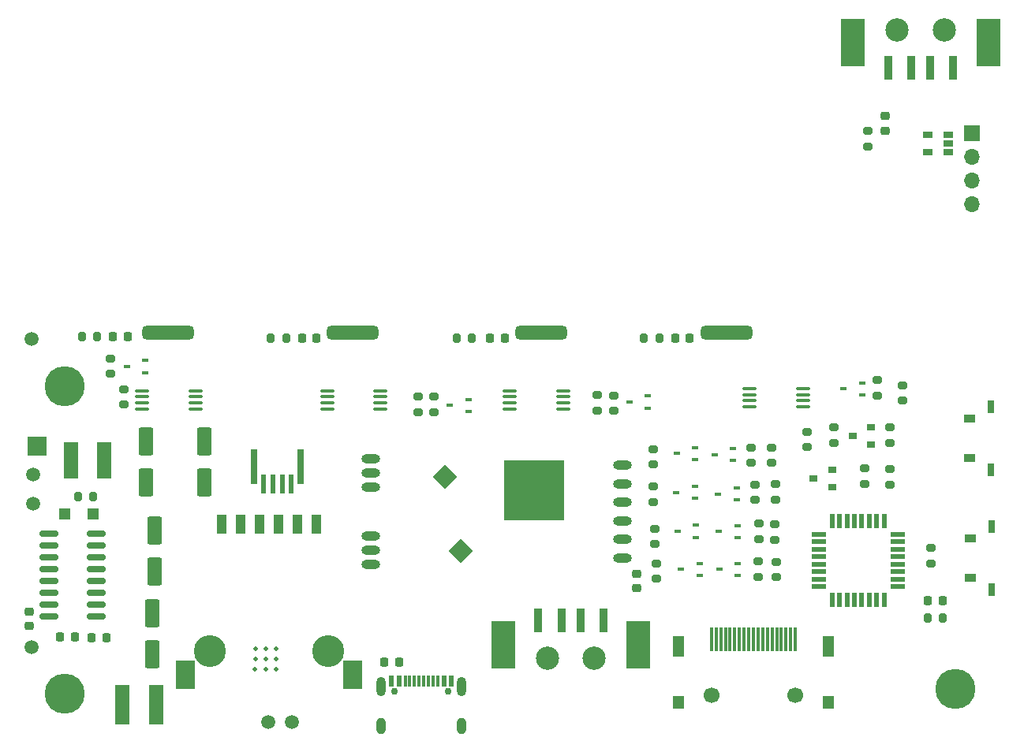
<source format=gbr>
%TF.GenerationSoftware,KiCad,Pcbnew,(6.0.1-0)*%
%TF.CreationDate,2022-04-09T17:35:36-06:00*%
%TF.ProjectId,HAT_CM4_183,4841545f-434d-4345-9f31-38332e6b6963,1.8.3*%
%TF.SameCoordinates,Original*%
%TF.FileFunction,Soldermask,Bot*%
%TF.FilePolarity,Negative*%
%FSLAX46Y46*%
G04 Gerber Fmt 4.6, Leading zero omitted, Abs format (unit mm)*
G04 Created by KiCad (PCBNEW (6.0.1-0)) date 2022-04-09 17:35:36*
%MOMM*%
%LPD*%
G01*
G04 APERTURE LIST*
G04 Aperture macros list*
%AMRoundRect*
0 Rectangle with rounded corners*
0 $1 Rounding radius*
0 $2 $3 $4 $5 $6 $7 $8 $9 X,Y pos of 4 corners*
0 Add a 4 corners polygon primitive as box body*
4,1,4,$2,$3,$4,$5,$6,$7,$8,$9,$2,$3,0*
0 Add four circle primitives for the rounded corners*
1,1,$1+$1,$2,$3*
1,1,$1+$1,$4,$5*
1,1,$1+$1,$6,$7*
1,1,$1+$1,$8,$9*
0 Add four rect primitives between the rounded corners*
20,1,$1+$1,$2,$3,$4,$5,0*
20,1,$1+$1,$4,$5,$6,$7,0*
20,1,$1+$1,$6,$7,$8,$9,0*
20,1,$1+$1,$8,$9,$2,$3,0*%
%AMRotRect*
0 Rectangle, with rotation*
0 The origin of the aperture is its center*
0 $1 length*
0 $2 width*
0 $3 Rotation angle, in degrees counterclockwise*
0 Add horizontal line*
21,1,$1,$2,0,0,$3*%
G04 Aperture macros list end*
%ADD10C,4.300000*%
%ADD11C,1.500000*%
%ADD12RoundRect,0.500000X-2.300000X-0.250000X2.300000X-0.250000X2.300000X0.250000X-2.300000X0.250000X0*%
%ADD13R,2.000000X2.000000*%
%ADD14C,0.508000*%
%ADD15R,1.700000X1.700000*%
%ADD16O,1.700000X1.700000*%
%ADD17C,2.500000*%
%ADD18R,0.900000X2.500000*%
%ADD19R,2.500000X5.150000*%
%ADD20RoundRect,0.225000X0.225000X0.250000X-0.225000X0.250000X-0.225000X-0.250000X0.225000X-0.250000X0*%
%ADD21RoundRect,0.225000X-0.250000X0.225000X-0.250000X-0.225000X0.250000X-0.225000X0.250000X0.225000X0*%
%ADD22RoundRect,0.250000X0.550000X-1.250000X0.550000X1.250000X-0.550000X1.250000X-0.550000X-1.250000X0*%
%ADD23RoundRect,0.200000X-0.275000X0.200000X-0.275000X-0.200000X0.275000X-0.200000X0.275000X0.200000X0*%
%ADD24R,1.060000X0.650000*%
%ADD25RoundRect,0.200000X0.275000X-0.200000X0.275000X0.200000X-0.275000X0.200000X-0.275000X-0.200000X0*%
%ADD26R,0.700000X0.450000*%
%ADD27C,3.429000*%
%ADD28R,1.140000X2.030000*%
%ADD29R,2.032000X3.048000*%
%ADD30R,1.270000X0.900000*%
%ADD31R,0.800000X1.450000*%
%ADD32RoundRect,0.200000X0.200000X0.275000X-0.200000X0.275000X-0.200000X-0.275000X0.200000X-0.275000X0*%
%ADD33RoundRect,0.200000X-0.200000X-0.275000X0.200000X-0.275000X0.200000X0.275000X-0.200000X0.275000X0*%
%ADD34RoundRect,0.218750X0.218750X0.256250X-0.218750X0.256250X-0.218750X-0.256250X0.218750X-0.256250X0*%
%ADD35RoundRect,0.100000X0.637500X0.100000X-0.637500X0.100000X-0.637500X-0.100000X0.637500X-0.100000X0*%
%ADD36R,0.700000X3.800000*%
%ADD37R,0.600000X2.000000*%
%ADD38O,2.000000X1.000000*%
%ADD39R,6.400000X6.400000*%
%ADD40RotRect,1.800000X1.800000X225.000000*%
%ADD41R,1.600000X0.550000*%
%ADD42R,0.550000X1.600000*%
%ADD43R,1.300000X1.400000*%
%ADD44R,1.300000X2.200000*%
%ADD45R,0.300000X2.600000*%
%ADD46C,1.700000*%
%ADD47R,1.500000X4.000000*%
%ADD48RoundRect,0.150000X0.850000X0.150000X-0.850000X0.150000X-0.850000X-0.150000X0.850000X-0.150000X0*%
%ADD49R,0.900000X0.800000*%
%ADD50R,1.500000X4.200000*%
%ADD51C,0.750000*%
%ADD52O,1.000000X1.800000*%
%ADD53O,1.000000X2.100000*%
%ADD54R,0.600000X1.150000*%
%ADD55R,0.300000X1.150000*%
%ADD56RoundRect,0.225000X-0.225000X-0.250000X0.225000X-0.250000X0.225000X0.250000X-0.225000X0.250000X0*%
%ADD57R,1.250000X1.220000*%
G04 APERTURE END LIST*
D10*
%TO.C,H2*%
X104920000Y-195520000D03*
%TD*%
D11*
%TO.C,TP6*%
X101570000Y-172020000D03*
%TD*%
D12*
%TO.C,BTM4*%
X175960000Y-156810000D03*
%TD*%
%TO.C,BTM1*%
X116020000Y-156810000D03*
%TD*%
%TO.C,BTM2*%
X135890000Y-156810000D03*
%TD*%
D11*
%TO.C,TP5*%
X101380000Y-190590000D03*
%TD*%
D10*
%TO.C,H3*%
X200570000Y-195090000D03*
%TD*%
D11*
%TO.C,TP2*%
X101540000Y-175190000D03*
%TD*%
D10*
%TO.C,H1*%
X104930000Y-162540000D03*
%TD*%
D11*
%TO.C,TP3*%
X101410000Y-157440000D03*
%TD*%
D13*
%TO.C,BTP1*%
X101980000Y-168990000D03*
%TD*%
D14*
%TO.C,U3*%
X125385000Y-192945000D03*
X126535000Y-191820000D03*
X127610000Y-192945000D03*
X125410000Y-190720000D03*
X125435000Y-191820000D03*
X127635000Y-190720000D03*
X127685000Y-191820000D03*
X126510000Y-190720000D03*
X126510000Y-192970000D03*
%TD*%
D12*
%TO.C,BTM3*%
X156100000Y-156810000D03*
%TD*%
D11*
%TO.C,TP4*%
X129340000Y-198630000D03*
%TD*%
D15*
%TO.C,P1*%
X202320000Y-135380000D03*
D16*
X202320000Y-137920000D03*
X202320000Y-140460000D03*
X202320000Y-143000000D03*
%TD*%
D11*
%TO.C,TP1*%
X126760000Y-198620000D03*
%TD*%
D17*
%TO.C,J4*%
X194320000Y-124225000D03*
X199320000Y-124225000D03*
D18*
X193320860Y-128307120D03*
X195820000Y-128305000D03*
X197820000Y-128305000D03*
X200320000Y-128305000D03*
D19*
X189570000Y-125625000D03*
X204070000Y-125625000D03*
%TD*%
D20*
%TO.C,C16*%
X106035000Y-189430000D03*
X104485000Y-189430000D03*
%TD*%
D21*
%TO.C,C40*%
X166330000Y-182695000D03*
X166330000Y-184245000D03*
%TD*%
D22*
%TO.C,C20*%
X114580000Y-182430000D03*
X114580000Y-178030000D03*
%TD*%
D23*
%TO.C,R2*%
X197900000Y-179925000D03*
X197900000Y-181575000D03*
%TD*%
D24*
%TO.C,U6*%
X199800000Y-135530000D03*
X199800000Y-136480000D03*
X199800000Y-137430000D03*
X197600000Y-137430000D03*
X197600000Y-135530000D03*
%TD*%
D25*
%TO.C,R28*%
X192150000Y-163545000D03*
X192150000Y-161895000D03*
%TD*%
%TO.C,R19*%
X179020000Y-174735000D03*
X179020000Y-173085000D03*
%TD*%
%TO.C,R3*%
X193480000Y-168595000D03*
X193480000Y-166945000D03*
%TD*%
D26*
%TO.C,Q16*%
X190530000Y-162180000D03*
X190530000Y-163480000D03*
X188530000Y-162830000D03*
%TD*%
D25*
%TO.C,R16*%
X144570000Y-165305000D03*
X144570000Y-163655000D03*
%TD*%
D27*
%TO.C,J6*%
X133240000Y-190950000D03*
X120540000Y-190950000D03*
D28*
X121810000Y-177361000D03*
X123842000Y-177361000D03*
X125874000Y-177361000D03*
X127906000Y-177361000D03*
X129938000Y-177361000D03*
X131970000Y-177361000D03*
D29*
X135843500Y-193490000D03*
X117936500Y-193490000D03*
%TD*%
D25*
%TO.C,R11*%
X168420000Y-183225000D03*
X168420000Y-181575000D03*
%TD*%
%TO.C,R12*%
X181190000Y-179035000D03*
X181190000Y-177385000D03*
%TD*%
D30*
%TO.C,PB1*%
X202085000Y-166034000D03*
X202085000Y-170234000D03*
D31*
X204320000Y-164759000D03*
X204320000Y-171509000D03*
%TD*%
D32*
%TO.C,R57*%
X199195000Y-187420000D03*
X197545000Y-187420000D03*
%TD*%
D23*
%TO.C,R27*%
X194830000Y-162430000D03*
X194830000Y-164080000D03*
%TD*%
D33*
%TO.C,R26*%
X167105000Y-157360000D03*
X168755000Y-157360000D03*
%TD*%
D34*
%TO.C,LED3*%
X152160000Y-157370000D03*
X150585000Y-157370000D03*
%TD*%
D33*
%TO.C,R8*%
X106805000Y-157190000D03*
X108455000Y-157190000D03*
%TD*%
D25*
%TO.C,R13*%
X179501822Y-178935000D03*
X179501822Y-177285000D03*
%TD*%
D35*
%TO.C,Q9*%
X138862500Y-163025000D03*
X138862500Y-163675000D03*
X138862500Y-164325000D03*
X138862500Y-164975000D03*
X133137500Y-164975000D03*
X133137500Y-164325000D03*
X133137500Y-163675000D03*
X133137500Y-163025000D03*
%TD*%
D20*
%TO.C,C39*%
X140815000Y-192130000D03*
X139265000Y-192130000D03*
%TD*%
D23*
%TO.C,R21*%
X163850000Y-163525000D03*
X163850000Y-165175000D03*
%TD*%
D22*
%TO.C,C15*%
X119920000Y-172850000D03*
X119920000Y-168450000D03*
%TD*%
D25*
%TO.C,R1*%
X193480000Y-173085000D03*
X193480000Y-171435000D03*
%TD*%
D34*
%TO.C,LED4*%
X172020000Y-157360000D03*
X170445000Y-157360000D03*
%TD*%
D25*
%TO.C,R9*%
X109860000Y-161195000D03*
X109860000Y-159545000D03*
%TD*%
D26*
%TO.C,Q12*%
X167560000Y-163590000D03*
X167560000Y-164890000D03*
X165560000Y-164240000D03*
%TD*%
%TO.C,Q11*%
X172610000Y-173290000D03*
X172610000Y-174590000D03*
X170610000Y-173940000D03*
%TD*%
D22*
%TO.C,C14*%
X113680000Y-172890000D03*
X113680000Y-168490000D03*
%TD*%
D25*
%TO.C,R23*%
X168080000Y-174955000D03*
X168080000Y-173305000D03*
%TD*%
D34*
%TO.C,LED2*%
X131997500Y-157380000D03*
X130422500Y-157380000D03*
%TD*%
D25*
%TO.C,R6*%
X181340000Y-183065000D03*
X181340000Y-181415000D03*
%TD*%
%TO.C,R17*%
X168321822Y-179505000D03*
X168321822Y-177855000D03*
%TD*%
D17*
%TO.C,J3*%
X156785098Y-191735000D03*
X161785098Y-191735000D03*
D18*
X162784238Y-187652880D03*
X160285098Y-187655000D03*
X158285098Y-187655000D03*
X155785098Y-187655000D03*
D19*
X166535098Y-190335000D03*
X152035098Y-190335000D03*
%TD*%
D25*
%TO.C,R24*%
X180850000Y-170790000D03*
X180850000Y-169140000D03*
%TD*%
D36*
%TO.C,J7*%
X125290000Y-171150000D03*
X130290000Y-171150000D03*
D37*
X126290000Y-173050000D03*
X127290000Y-173050000D03*
X128290000Y-173050000D03*
X129290000Y-173050000D03*
%TD*%
D38*
%TO.C,U15*%
X164790000Y-181000000D03*
X164790000Y-179000000D03*
X164790000Y-177000000D03*
X164790000Y-175000000D03*
X164790000Y-173000000D03*
X164790000Y-171000000D03*
X137790000Y-170350000D03*
X137790000Y-171850000D03*
X137790000Y-173350000D03*
X137790000Y-178650000D03*
X137790000Y-180150000D03*
X137790000Y-181650000D03*
D39*
X155290000Y-173700000D03*
D40*
X145740000Y-172300000D03*
X147490000Y-180200000D03*
%TD*%
D26*
%TO.C,Q3*%
X173110000Y-181560000D03*
X173110000Y-182860000D03*
X171110000Y-182210000D03*
%TD*%
D35*
%TO.C,Q17*%
X184172500Y-162795000D03*
X184172500Y-163445000D03*
X184172500Y-164095000D03*
X184172500Y-164745000D03*
X178447500Y-164745000D03*
X178447500Y-164095000D03*
X178447500Y-163445000D03*
X178447500Y-162795000D03*
%TD*%
D41*
%TO.C,U1*%
X194360000Y-178450000D03*
X194360000Y-179250000D03*
X194360000Y-180050000D03*
X194360000Y-180850000D03*
X194360000Y-181650000D03*
X194360000Y-182450000D03*
X194360000Y-183250000D03*
X194360000Y-184050000D03*
D42*
X192910000Y-185500000D03*
X192110000Y-185500000D03*
X191310000Y-185500000D03*
X190510000Y-185500000D03*
X189710000Y-185500000D03*
X188910000Y-185500000D03*
X188110000Y-185500000D03*
X187310000Y-185500000D03*
D41*
X185860000Y-184050000D03*
X185860000Y-183250000D03*
X185860000Y-182450000D03*
X185860000Y-181650000D03*
X185860000Y-180850000D03*
X185860000Y-180050000D03*
X185860000Y-179250000D03*
X185860000Y-178450000D03*
D42*
X187310000Y-177000000D03*
X188110000Y-177000000D03*
X188910000Y-177000000D03*
X189710000Y-177000000D03*
X190510000Y-177000000D03*
X191310000Y-177000000D03*
X192110000Y-177000000D03*
X192910000Y-177000000D03*
%TD*%
D43*
%TO.C,J2*%
X170821098Y-196463250D03*
X186921098Y-196463250D03*
D44*
X170821098Y-190503250D03*
X186921098Y-190503250D03*
D45*
X183371098Y-189743250D03*
X182871098Y-189743250D03*
X182371098Y-189743250D03*
X181871098Y-189743250D03*
X181371098Y-189743250D03*
X180871098Y-189743250D03*
X180371098Y-189743250D03*
X179871098Y-189743250D03*
X179371098Y-189743250D03*
X178871098Y-189743250D03*
X178371098Y-189743250D03*
X177871098Y-189743250D03*
X177371098Y-189743250D03*
X176871098Y-189743250D03*
X176371098Y-189743250D03*
X175871098Y-189743250D03*
X175371098Y-189743250D03*
X174871098Y-189743250D03*
X174371098Y-189743250D03*
D46*
X174371098Y-195703250D03*
X183371098Y-195703250D03*
%TD*%
D47*
%TO.C,L2*%
X109200000Y-170510000D03*
X105600000Y-170510000D03*
%TD*%
D25*
%TO.C,R41*%
X191120000Y-136775000D03*
X191120000Y-135125000D03*
%TD*%
D48*
%TO.C,U8*%
X108300000Y-178385000D03*
X108300000Y-179655000D03*
X108300000Y-180925000D03*
X108300000Y-182195000D03*
X108300000Y-183465000D03*
X108300000Y-184735000D03*
X108300000Y-186005000D03*
X108300000Y-187275000D03*
X103300000Y-187275000D03*
X103300000Y-186005000D03*
X103300000Y-184735000D03*
X103300000Y-183465000D03*
X103300000Y-182195000D03*
X103300000Y-180925000D03*
X103300000Y-179655000D03*
X103300000Y-178385000D03*
%TD*%
D25*
%TO.C,R4*%
X187490000Y-168605000D03*
X187490000Y-166955000D03*
%TD*%
D22*
%TO.C,C19*%
X114350000Y-191310000D03*
X114350000Y-186910000D03*
%TD*%
D33*
%TO.C,R14*%
X127095000Y-157380000D03*
X128745000Y-157380000D03*
%TD*%
D49*
%TO.C,D1*%
X187340000Y-173380000D03*
X185340000Y-172430000D03*
X187340000Y-171480000D03*
%TD*%
D25*
%TO.C,R22*%
X162140000Y-165145000D03*
X162140000Y-163495000D03*
%TD*%
D33*
%TO.C,R20*%
X147035000Y-157370000D03*
X148685000Y-157370000D03*
%TD*%
D26*
%TO.C,Q10*%
X177050000Y-173450000D03*
X177050000Y-174750000D03*
X175050000Y-174100000D03*
%TD*%
%TO.C,Q6*%
X177171822Y-177500000D03*
X177171822Y-178800000D03*
X175171822Y-178150000D03*
%TD*%
D25*
%TO.C,R50*%
X190830000Y-173005000D03*
X190830000Y-171355000D03*
%TD*%
D26*
%TO.C,Q4*%
X113630000Y-159760000D03*
X113630000Y-161060000D03*
X111630000Y-160410000D03*
%TD*%
D30*
%TO.C,PB2*%
X202185000Y-178914000D03*
X202185000Y-183114000D03*
D31*
X204420000Y-177639000D03*
X204420000Y-184389000D03*
%TD*%
D50*
%TO.C,L3*%
X111160000Y-196700000D03*
X114760000Y-196700000D03*
%TD*%
D26*
%TO.C,Q7*%
X172711822Y-177460000D03*
X172711822Y-178760000D03*
X170711822Y-178110000D03*
%TD*%
D51*
%TO.C,J5*%
X146135098Y-195317500D03*
X140355098Y-195317500D03*
D52*
X138925098Y-198997500D03*
D53*
X147565098Y-194817500D03*
X138925098Y-194817500D03*
D52*
X147565098Y-198997500D03*
D54*
X146445098Y-194242500D03*
X145645098Y-194242500D03*
D55*
X144495098Y-194242500D03*
X143495098Y-194242500D03*
X142995098Y-194242500D03*
X141995098Y-194242500D03*
D54*
X140045098Y-194242500D03*
X140845098Y-194242500D03*
D55*
X141495098Y-194242500D03*
X142495098Y-194242500D03*
X143995098Y-194242500D03*
X144995098Y-194242500D03*
%TD*%
D25*
%TO.C,R25*%
X178610000Y-170785000D03*
X178610000Y-169135000D03*
%TD*%
D26*
%TO.C,Q2*%
X177200000Y-181550000D03*
X177200000Y-182850000D03*
X175200000Y-182200000D03*
%TD*%
D25*
%TO.C,R29*%
X168122560Y-170936600D03*
X168122560Y-169286600D03*
%TD*%
D34*
%TO.C,LED1*%
X111697500Y-157210000D03*
X110122500Y-157210000D03*
%TD*%
D21*
%TO.C,C12*%
X193040000Y-133525000D03*
X193040000Y-135075000D03*
%TD*%
D34*
%TO.C,LED12*%
X199147500Y-185600000D03*
X197572500Y-185600000D03*
%TD*%
D25*
%TO.C,R18*%
X181230000Y-174715000D03*
X181230000Y-173065000D03*
%TD*%
D49*
%TO.C,Q1*%
X191510000Y-166900000D03*
X191510000Y-168800000D03*
X189510000Y-167850000D03*
%TD*%
D35*
%TO.C,Q5*%
X118982500Y-163025000D03*
X118982500Y-163675000D03*
X118982500Y-164325000D03*
X118982500Y-164975000D03*
X113257500Y-164975000D03*
X113257500Y-164325000D03*
X113257500Y-163675000D03*
X113257500Y-163025000D03*
%TD*%
D26*
%TO.C,Q15*%
X172622560Y-169111600D03*
X172622560Y-170411600D03*
X170622560Y-169761600D03*
%TD*%
D56*
%TO.C,C17*%
X107855000Y-189520000D03*
X109405000Y-189520000D03*
%TD*%
D25*
%TO.C,R5*%
X184660000Y-169075000D03*
X184660000Y-167425000D03*
%TD*%
D57*
%TO.C,D5*%
X107980000Y-176280000D03*
X104980000Y-176280000D03*
%TD*%
D25*
%TO.C,R7*%
X179350000Y-182995000D03*
X179350000Y-181345000D03*
%TD*%
%TO.C,R10*%
X111270000Y-164505000D03*
X111270000Y-162855000D03*
%TD*%
D32*
%TO.C,R45*%
X108015000Y-174380000D03*
X106365000Y-174380000D03*
%TD*%
D23*
%TO.C,R15*%
X142860000Y-163655000D03*
X142860000Y-165305000D03*
%TD*%
D35*
%TO.C,Q13*%
X158432500Y-163025000D03*
X158432500Y-163675000D03*
X158432500Y-164325000D03*
X158432500Y-164975000D03*
X152707500Y-164975000D03*
X152707500Y-164325000D03*
X152707500Y-163675000D03*
X152707500Y-163025000D03*
%TD*%
D26*
%TO.C,Q8*%
X148270000Y-163960000D03*
X148270000Y-165260000D03*
X146270000Y-164610000D03*
%TD*%
D21*
%TO.C,C18*%
X101150000Y-186755000D03*
X101150000Y-188305000D03*
%TD*%
D26*
%TO.C,Q14*%
X176692560Y-169211600D03*
X176692560Y-170511600D03*
X174692560Y-169861600D03*
%TD*%
M02*

</source>
